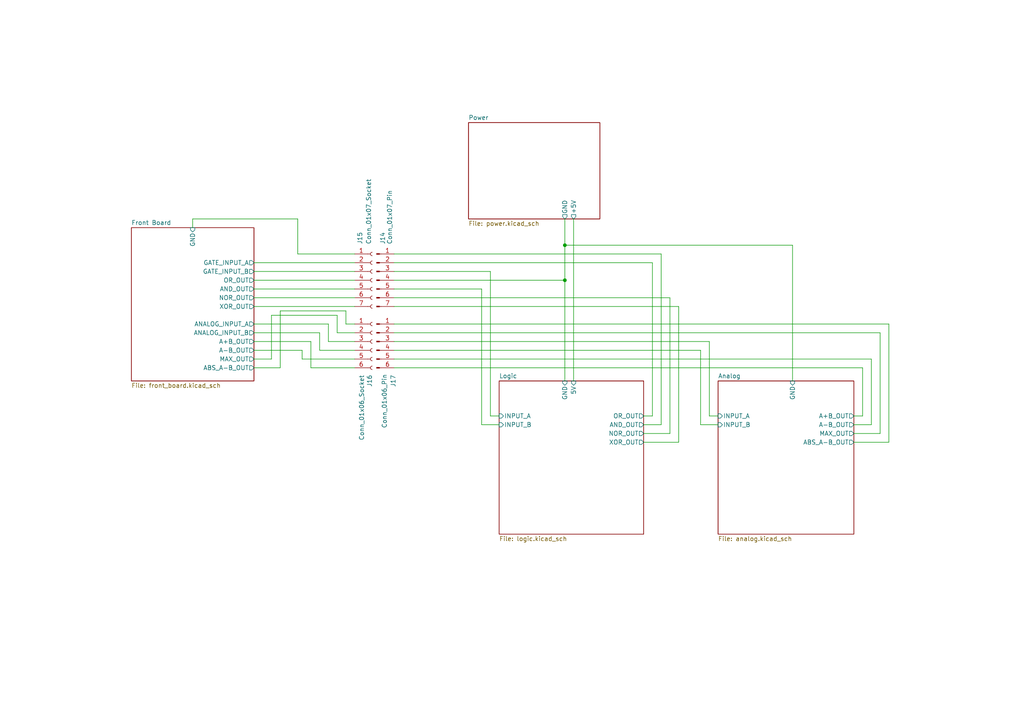
<source format=kicad_sch>
(kicad_sch (version 20250114) (generator "eeschema") (generator_version "9.0")
  (paper "A4")
  (lib_symbols
    (symbol "Connector:Conn_01x06_Pin" (pin_names (offset 1.016) (hide yes))
      (property "Reference" "J" (at 0 7.62 0))
      (property "Value" "Conn_01x06_Pin" (at 0 -10.16 0))
      (symbol "Conn_01x06_Pin_1_1"
        (rectangle (start 0.8636 5.207) (end 0 4.953) (stroke (width 0.1524)) (fill (type outline)))
        (rectangle (start 0.8636 2.667) (end 0 2.413) (stroke (width 0.1524)) (fill (type outline)))
        (rectangle (start 0.8636 0.127) (end 0 -0.127) (stroke (width 0.1524)) (fill (type outline)))
        (rectangle (start 0.8636 -2.413) (end 0 -2.667) (stroke (width 0.1524)) (fill (type outline)))
        (rectangle (start 0.8636 -4.953) (end 0 -5.207) (stroke (width 0.1524)) (fill (type outline)))
        (rectangle (start 0.8636 -7.493) (end 0 -7.747) (stroke (width 0.1524)) (fill (type outline)))
        (polyline (pts (xy 1.27 5.08) (xy 0.8636 5.08)) (stroke (width 0.1524)))
        (polyline (pts (xy 1.27 2.54) (xy 0.8636 2.54)) (stroke (width 0.1524)))
        (polyline (pts (xy 1.27 0) (xy 0.8636 0)) (stroke (width 0.1524)))
        (polyline (pts (xy 1.27 -2.54) (xy 0.8636 -2.54)) (stroke (width 0.1524)))
        (polyline (pts (xy 1.27 -5.08) (xy 0.8636 -5.08)) (stroke (width 0.1524)))
        (polyline (pts (xy 1.27 -7.62) (xy 0.8636 -7.62)) (stroke (width 0.1524)))
        (pin passive line (at 5.08 5.08 180) (length 3.81) (name "Pin_1") (number "1"))
        (pin passive line (at 5.08 2.54 180) (length 3.81) (name "Pin_2") (number "2"))
        (pin passive line (at 5.08 0 180) (length 3.81) (name "Pin_3") (number "3"))
        (pin passive line (at 5.08 -2.54 180) (length 3.81) (name "Pin_4") (number "4"))
        (pin passive line (at 5.08 -5.08 180) (length 3.81) (name "Pin_5") (number "5"))
        (pin passive line (at 5.08 -7.62 180) (length 3.81) (name "Pin_6") (number "6"))
      )
    )
    (symbol "Connector:Conn_01x06_Socket" (pin_names (offset 1.016) (hide yes))
      (property "Reference" "J" (at 0 7.62 0))
      (property "Value" "Conn_01x06_Socket" (at 0 -10.16 0))
      (symbol "Conn_01x06_Socket_1_1"
        (polyline (pts (xy -1.27 5.08) (xy -0.508 5.08)) (stroke (width 0.1524)))
        (polyline (pts (xy -1.27 2.54) (xy -0.508 2.54)) (stroke (width 0.1524)))
        (polyline (pts (xy -1.27 0) (xy -0.508 0)) (stroke (width 0.1524)))
        (polyline (pts (xy -1.27 -2.54) (xy -0.508 -2.54)) (stroke (width 0.1524)))
        (polyline (pts (xy -1.27 -5.08) (xy -0.508 -5.08)) (stroke (width 0.1524)))
        (polyline (pts (xy -1.27 -7.62) (xy -0.508 -7.62)) (stroke (width 0.1524)))
        (arc (start 0 4.572) (mid -0.5058 5.08) (end 0 5.588) (stroke (width 0.1524)))
        (arc (start 0 2.032) (mid -0.5058 2.54) (end 0 3.048) (stroke (width 0.1524)))
        (arc (start 0 -0.508) (mid -0.5058 0) (end 0 0.508) (stroke (width 0.1524)))
        (arc (start 0 -3.048) (mid -0.5058 -2.54) (end 0 -2.032) (stroke (width 0.1524)))
        (arc (start 0 -5.588) (mid -0.5058 -5.08) (end 0 -4.572) (stroke (width 0.1524)))
        (arc (start 0 -8.128) (mid -0.5058 -7.62) (end 0 -7.112) (stroke (width 0.1524)))
        (pin passive line (at -5.08 5.08 0) (length 3.81) (name "Pin_1") (number "1"))
        (pin passive line (at -5.08 2.54 0) (length 3.81) (name "Pin_2") (number "2"))
        (pin passive line (at -5.08 0 0) (length 3.81) (name "Pin_3") (number "3"))
        (pin passive line (at -5.08 -2.54 0) (length 3.81) (name "Pin_4") (number "4"))
        (pin passive line (at -5.08 -5.08 0) (length 3.81) (name "Pin_5") (number "5"))
        (pin passive line (at -5.08 -7.62 0) (length 3.81) (name "Pin_6") (number "6"))
      )
    )
    (symbol "Connector:Conn_01x07_Pin" (pin_names (offset 1.016) (hide yes))
      (property "Reference" "J" (at 0 10.16 0))
      (property "Value" "Conn_01x07_Pin" (at 0 -10.16 0))
      (symbol "Conn_01x07_Pin_1_1"
        (rectangle (start 0.8636 7.747) (end 0 7.493) (stroke (width 0.1524)) (fill (type outline)))
        (rectangle (start 0.8636 5.207) (end 0 4.953) (stroke (width 0.1524)) (fill (type outline)))
        (rectangle (start 0.8636 2.667) (end 0 2.413) (stroke (width 0.1524)) (fill (type outline)))
        (rectangle (start 0.8636 0.127) (end 0 -0.127) (stroke (width 0.1524)) (fill (type outline)))
        (rectangle (start 0.8636 -2.413) (end 0 -2.667) (stroke (width 0.1524)) (fill (type outline)))
        (rectangle (start 0.8636 -4.953) (end 0 -5.207) (stroke (width 0.1524)) (fill (type outline)))
        (rectangle (start 0.8636 -7.493) (end 0 -7.747) (stroke (width 0.1524)) (fill (type outline)))
        (polyline (pts (xy 1.27 7.62) (xy 0.8636 7.62)) (stroke (width 0.1524)))
        (polyline (pts (xy 1.27 5.08) (xy 0.8636 5.08)) (stroke (width 0.1524)))
        (polyline (pts (xy 1.27 2.54) (xy 0.8636 2.54)) (stroke (width 0.1524)))
        (polyline (pts (xy 1.27 0) (xy 0.8636 0)) (stroke (width 0.1524)))
        (polyline (pts (xy 1.27 -2.54) (xy 0.8636 -2.54)) (stroke (width 0.1524)))
        (polyline (pts (xy 1.27 -5.08) (xy 0.8636 -5.08)) (stroke (width 0.1524)))
        (polyline (pts (xy 1.27 -7.62) (xy 0.8636 -7.62)) (stroke (width 0.1524)))
        (pin passive line (at 5.08 7.62 180) (length 3.81) (name "Pin_1") (number "1"))
        (pin passive line (at 5.08 5.08 180) (length 3.81) (name "Pin_2") (number "2"))
        (pin passive line (at 5.08 2.54 180) (length 3.81) (name "Pin_3") (number "3"))
        (pin passive line (at 5.08 0 180) (length 3.81) (name "Pin_4") (number "4"))
        (pin passive line (at 5.08 -2.54 180) (length 3.81) (name "Pin_5") (number "5"))
        (pin passive line (at 5.08 -5.08 180) (length 3.81) (name "Pin_6") (number "6"))
        (pin passive line (at 5.08 -7.62 180) (length 3.81) (name "Pin_7") (number "7"))
      )
    )
    (symbol "Connector:Conn_01x07_Socket" (pin_names (offset 1.016) (hide yes))
      (property "Reference" "J" (at 0 10.16 0))
      (property "Value" "Conn_01x07_Socket" (at 0 -10.16 0))
      (symbol "Conn_01x07_Socket_1_1"
        (polyline (pts (xy -1.27 7.62) (xy -0.508 7.62)) (stroke (width 0.1524)))
        (polyline (pts (xy -1.27 5.08) (xy -0.508 5.08)) (stroke (width 0.1524)))
        (polyline (pts (xy -1.27 2.54) (xy -0.508 2.54)) (stroke (width 0.1524)))
        (polyline (pts (xy -1.27 0) (xy -0.508 0)) (stroke (width 0.1524)))
        (polyline (pts (xy -1.27 -2.54) (xy -0.508 -2.54)) (stroke (width 0.1524)))
        (polyline (pts (xy -1.27 -5.08) (xy -0.508 -5.08)) (stroke (width 0.1524)))
        (polyline (pts (xy -1.27 -7.62) (xy -0.508 -7.62)) (stroke (width 0.1524)))
        (arc (start 0 7.112) (mid -0.5058 7.62) (end 0 8.128) (stroke (width 0.1524)))
        (arc (start 0 4.572) (mid -0.5058 5.08) (end 0 5.588) (stroke (width 0.1524)))
        (arc (start 0 2.032) (mid -0.5058 2.54) (end 0 3.048) (stroke (width 0.1524)))
        (arc (start 0 -0.508) (mid -0.5058 0) (end 0 0.508) (stroke (width 0.1524)))
        (arc (start 0 -3.048) (mid -0.5058 -2.54) (end 0 -2.032) (stroke (width 0.1524)))
        (arc (start 0 -5.588) (mid -0.5058 -5.08) (end 0 -4.572) (stroke (width 0.1524)))
        (arc (start 0 -8.128) (mid -0.5058 -7.62) (end 0 -7.112) (stroke (width 0.1524)))
        (pin passive line (at -5.08 7.62 0) (length 3.81) (name "Pin_1") (number "1"))
        (pin passive line (at -5.08 5.08 0) (length 3.81) (name "Pin_2") (number "2"))
        (pin passive line (at -5.08 2.54 0) (length 3.81) (name "Pin_3") (number "3"))
        (pin passive line (at -5.08 0 0) (length 3.81) (name "Pin_4") (number "4"))
        (pin passive line (at -5.08 -2.54 0) (length 3.81) (name "Pin_5") (number "5"))
        (pin passive line (at -5.08 -5.08 0) (length 3.81) (name "Pin_6") (number "6"))
        (pin passive line (at -5.08 -7.62 0) (length 3.81) (name "Pin_7") (number "7"))
      )
    )
  )
  (junction (at 163.83 71.12))
  (junction (at 163.83 81.28))
  (wire (pts (xy 55.88 66.04) (xy 55.88 63.5)))
  (wire (pts (xy 114.3 88.9) (xy 196.85 88.9)))
  (wire (pts (xy 252.73 104.14) (xy 252.73 123.19)))
  (wire (pts (xy 97.79 91.44) (xy 97.79 96.52)))
  (wire (pts (xy 114.3 83.82) (xy 139.7 83.82)))
  (wire (pts (xy 203.2 101.6) (xy 203.2 123.19)))
  (wire (pts (xy 139.7 83.82) (xy 139.7 123.19)))
  (wire (pts (xy 73.66 96.52) (xy 92.71 96.52)))
  (wire (pts (xy 163.83 81.28) (xy 163.83 110.49)))
  (wire (pts (xy 189.23 76.2) (xy 189.23 120.65)))
  (wire (pts (xy 252.73 123.19) (xy 247.65 123.19)))
  (wire (pts (xy 114.3 93.98) (xy 257.81 93.98)))
  (wire (pts (xy 229.87 71.12) (xy 229.87 110.49)))
  (wire (pts (xy 166.37 63.5) (xy 166.37 110.49)))
  (wire (pts (xy 95.25 99.06) (xy 95.25 93.98)))
  (wire (pts (xy 114.3 78.74) (xy 142.24 78.74)))
  (wire (pts (xy 114.3 101.6) (xy 203.2 101.6)))
  (wire (pts (xy 250.19 106.68) (xy 250.19 120.65)))
  (wire (pts (xy 163.83 71.12) (xy 229.87 71.12)))
  (wire (pts (xy 142.24 78.74) (xy 142.24 120.65)))
  (wire (pts (xy 114.3 104.14) (xy 252.73 104.14)))
  (wire (pts (xy 102.87 99.06) (xy 95.25 99.06)))
  (wire (pts (xy 163.83 63.5) (xy 163.83 71.12)))
  (wire (pts (xy 114.3 96.52) (xy 255.27 96.52)))
  (wire (pts (xy 191.77 73.66) (xy 191.77 123.19)))
  (wire (pts (xy 102.87 104.14) (xy 87.63 104.14)))
  (wire (pts (xy 247.65 125.73) (xy 255.27 125.73)))
  (wire (pts (xy 73.66 76.2) (xy 102.87 76.2)))
  (wire (pts (xy 73.66 78.74) (xy 102.87 78.74)))
  (wire (pts (xy 87.63 101.6) (xy 73.66 101.6)))
  (wire (pts (xy 163.83 71.12) (xy 163.83 81.28)))
  (wire (pts (xy 73.66 106.68) (xy 81.28 106.68)))
  (wire (pts (xy 97.79 96.52) (xy 102.87 96.52)))
  (wire (pts (xy 196.85 128.27) (xy 186.69 128.27)))
  (wire (pts (xy 73.66 83.82) (xy 102.87 83.82)))
  (wire (pts (xy 114.3 106.68) (xy 250.19 106.68)))
  (wire (pts (xy 247.65 128.27) (xy 257.81 128.27)))
  (wire (pts (xy 73.66 86.36) (xy 102.87 86.36)))
  (wire (pts (xy 78.74 104.14) (xy 78.74 91.44)))
  (wire (pts (xy 95.25 93.98) (xy 73.66 93.98)))
  (wire (pts (xy 86.36 63.5) (xy 86.36 73.66)))
  (wire (pts (xy 196.85 88.9) (xy 196.85 128.27)))
  (wire (pts (xy 255.27 96.52) (xy 255.27 125.73)))
  (wire (pts (xy 55.88 63.5) (xy 86.36 63.5)))
  (wire (pts (xy 205.74 120.65) (xy 208.28 120.65)))
  (wire (pts (xy 114.3 99.06) (xy 205.74 99.06)))
  (wire (pts (xy 81.28 106.68) (xy 81.28 90.17)))
  (wire (pts (xy 144.78 123.19) (xy 139.7 123.19)))
  (wire (pts (xy 87.63 104.14) (xy 87.63 101.6)))
  (wire (pts (xy 73.66 81.28) (xy 102.87 81.28)))
  (wire (pts (xy 90.17 106.68) (xy 102.87 106.68)))
  (wire (pts (xy 78.74 91.44) (xy 97.79 91.44)))
  (wire (pts (xy 142.24 120.65) (xy 144.78 120.65)))
  (wire (pts (xy 81.28 90.17) (xy 100.33 90.17)))
  (wire (pts (xy 205.74 99.06) (xy 205.74 120.65)))
  (wire (pts (xy 73.66 88.9) (xy 102.87 88.9)))
  (wire (pts (xy 114.3 86.36) (xy 194.31 86.36)))
  (wire (pts (xy 73.66 104.14) (xy 78.74 104.14)))
  (wire (pts (xy 73.66 99.06) (xy 90.17 99.06)))
  (wire (pts (xy 186.69 120.65) (xy 189.23 120.65)))
  (wire (pts (xy 100.33 90.17) (xy 100.33 93.98)))
  (wire (pts (xy 92.71 96.52) (xy 92.71 101.6)))
  (wire (pts (xy 194.31 125.73) (xy 186.69 125.73)))
  (wire (pts (xy 257.81 93.98) (xy 257.81 128.27)))
  (wire (pts (xy 203.2 123.19) (xy 208.28 123.19)))
  (wire (pts (xy 194.31 86.36) (xy 194.31 125.73)))
  (wire (pts (xy 86.36 73.66) (xy 102.87 73.66)))
  (wire (pts (xy 92.71 101.6) (xy 102.87 101.6)))
  (wire (pts (xy 114.3 73.66) (xy 191.77 73.66)))
  (wire (pts (xy 90.17 99.06) (xy 90.17 106.68)))
  (wire (pts (xy 114.3 76.2) (xy 189.23 76.2)))
  (wire (pts (xy 100.33 93.98) (xy 102.87 93.98)))
  (wire (pts (xy 250.19 120.65) (xy 247.65 120.65)))
  (wire (pts (xy 114.3 81.28) (xy 163.83 81.28)))
  (wire (pts (xy 186.69 123.19) (xy 191.77 123.19)))
  (symbol (lib_id "Connector:Conn_01x07_Socket") (at 107.95 81.28 0) (unit 1)
    (property "Reference" "J15" (at 104.394 70.866 90) (effects (justify left)))
    (property "Value" "Conn_01x07_Socket" (at 106.934 70.866 90) (effects (justify left)))
    (property "Footprint" "Connector_PinSocket_2.54mm:PinSocket_1x07_P2.54mm_Vertical" (effects (hide yes)))
    (property "Description" "Generic connector, single row, 01x07, script generated" (effects (hide yes)))
  )
  (symbol (lib_id "Connector:Conn_01x06_Socket") (at 107.95 99.06 0) (unit 1)
    (property "Reference" "J16" (at 107.188 112.268 90) (effects (justify left)))
    (property "Value" "Conn_01x06_Socket" (at 104.902 127.762 90) (effects (justify left)))
    (property "Footprint" "Connector_PinSocket_2.54mm:PinSocket_1x06_P2.54mm_Vertical" (effects (hide yes)))
    (property "Description" "Generic connector, single row, 01x06, script generated" (effects (hide yes)))
  )
  (symbol (lib_id "Connector:Conn_01x07_Pin") (at 109.22 81.28 0) (unit 1)
    (property "Reference" "J14" (at 110.998 69.088 90))
    (property "Value" "Conn_01x07_Pin" (at 113.03 62.992 90))
    (property "Footprint" "Connector_PinSocket_2.54mm:PinSocket_1x07_P2.54mm_Vertical" (effects (hide yes)))
    (property "Description" "Generic connector, single row, 01x07, script generated" (effects (hide yes)))
  )
  (symbol (lib_id "Connector:Conn_01x06_Pin") (at 109.22 99.06 0) (unit 1)
    (property "Reference" "J17" (at 114.046 110.49 90))
    (property "Value" "Conn_01x06_Pin" (at 111.506 116.332 90))
    (property "Footprint" "Connector_PinSocket_2.54mm:PinSocket_1x06_P2.54mm_Vertical" (effects (hide yes)))
    (property "Description" "Generic connector, single row, 01x06, script generated" (effects (hide yes)))
  )
  (sheet (at 208.28 110.49) (size 39.37 44.45) (stroke (width 0.1524))
    (property "Sheetname" "Analog" (at 208.28 109.7784 0) (effects (justify left bottom)))
    (property "Sheetfile" "analog.kicad_sch" (at 208.28 155.5246 0) (effects (justify left top)))
    (pin "INPUT_B" input (at 208.28 123.19 180))
    (pin "INPUT_A" input (at 208.28 120.65 180))
    (pin "GND" input (at 229.87 110.49 90))
    (pin "ABS_A-B_OUT" output (at 247.65 128.27 0))
    (pin "MAX_OUT" output (at 247.65 125.73 0))
    (pin "A-B_OUT" output (at 247.65 123.19 0))
    (pin "A+B_OUT" output (at 247.65 120.65 0))
  )
  (sheet (at 135.89 35.56) (size 38.1 27.94) (stroke (width 0.1524))
    (property "Sheetname" "Power" (at 135.89 34.8484 0) (effects (justify left bottom)))
    (property "Sheetfile" "power.kicad_sch" (at 135.89 64.0846 0) (effects (justify left top)))
    (pin "GND" output (at 163.83 63.5 270))
    (pin "+5V" output (at 166.37 63.5 270))
  )
  (sheet (at 38.1 66.04) (size 35.56 44.45) (stroke (width 0.1524))
    (property "Sheetname" "Front Board" (at 38.1 65.3284 0) (effects (justify left bottom)))
    (property "Sheetfile" "front_board.kicad_sch" (at 38.1 111.0746 0) (effects (justify left top)))
    (pin "GATE_INPUT_B" output (at 73.66 78.74 0))
    (pin "GATE_INPUT_A" output (at 73.66 76.2 0))
    (pin "GND" input (at 55.88 66.04 90))
    (pin "ANALOG_INPUT_B" output (at 73.66 96.52 0))
    (pin "ANALOG_INPUT_A" output (at 73.66 93.98 0))
    (pin "OR_OUT" output (at 73.66 81.28 0))
    (pin "AND_OUT" output (at 73.66 83.82 0))
    (pin "NOR_OUT" output (at 73.66 86.36 0))
    (pin "XOR_OUT" output (at 73.66 88.9 0))
    (pin "MAX_OUT" output (at 73.66 104.14 0))
    (pin "A+B_OUT" output (at 73.66 99.06 0))
    (pin "ABS_A-B_OUT" output (at 73.66 106.68 0))
    (pin "A-B_OUT" output (at 73.66 101.6 0))
  )
  (sheet (at 144.78 110.49) (size 41.91 44.45) (stroke (width 0.1524))
    (property "Sheetname" "Logic" (at 144.78 109.7784 0) (effects (justify left bottom)))
    (property "Sheetfile" "logic.kicad_sch" (at 144.78 155.5246 0) (effects (justify left top)))
    (pin "INPUT_B" input (at 144.78 123.19 180))
    (pin "INPUT_A" input (at 144.78 120.65 180))
    (pin "AND_OUT" output (at 186.69 123.19 0))
    (pin "XOR_OUT" output (at 186.69 128.27 0))
    (pin "GND" input (at 163.83 110.49 90))
    (pin "NOR_OUT" output (at 186.69 125.73 0))
    (pin "OR_OUT" output (at 186.69 120.65 0))
    (pin "5V" input (at 166.37 110.49 90))
  )
)
</source>
